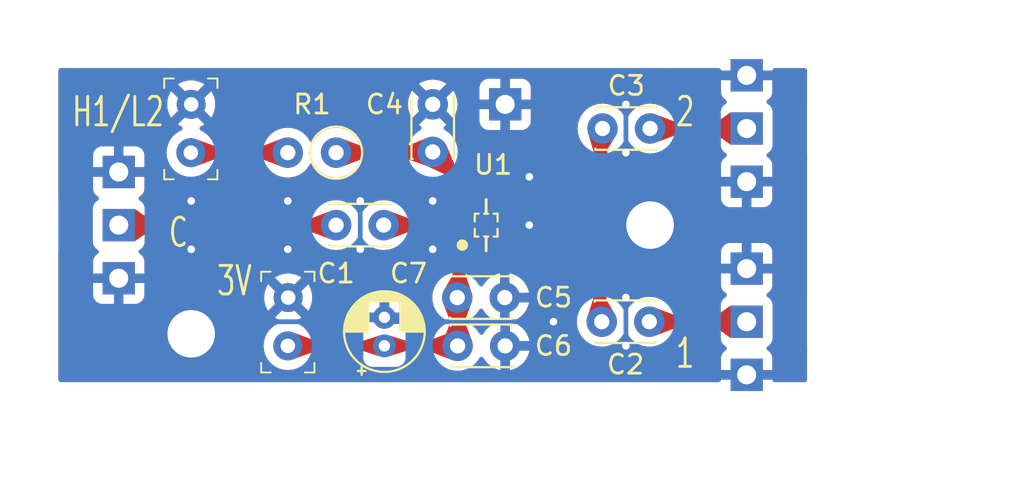
<source format=kicad_pcb>
(kicad_pcb (version 20221018) (generator pcbnew)
  (layers (0 "F.Cu" signal) (31 "B.Cu" signal) (34 "B.Paste" user) (35 "F.Paste" user) (36 "B.SilkS" user "B.Silkscreen") (37 "F.SilkS" user "F.Silkscreen") (38 "B.Mask" user) (39 "F.Mask" user) (44 "Edge.Cuts" user))
  (net 0 "")
  (net 1 "+5V")
  (net 2 "GND")
  (net 3 "Net-(J1-Pin_1)")
  (net 4 "Net-(U1-RFC)")
  (net 5 "Net-(J3-Pin_1)")
  (net 6 "Net-(U1-RF1)")
  (net 7 "Net-(U1-RF2)")
  (net 8 "Net-(J5-Pin_1)")
  (net 9 "Net-(U1-VCTL)")
  (net 10 "Net-(J11-Pin_1)")
  (footprint "UserLib:QFN6_1x1mm" (layer "F.Cu") (at 216.17 93.98 90)
    (fp_text reference "U1" (at 3.175 0.365) (layer "F.SilkS"))
    (fp_text value "SKY13453-385LF")
    (fp_line (start -0.65 0) (end -1.35 0) (stroke (width 0.15)) (layer "F.SilkS"))
    (fp_line (start -0.6 -0.6) (end -0.6 -0.4) (stroke (width 0.12)) (layer "F.SilkS"))
    (fp_line (start -0.6 -0.6) (end -0.2 -0.6) (stroke (width 0.12)) (layer "F.SilkS"))
    (fp_line (start -0.6 -0.1) (end -0.6 0.1) (stroke (width 0.12)) (layer "F.SilkS"))
    (fp_line (start -0.6 0.4) (end -0.6 0.6) (stroke (width 0.12)) (layer "F.SilkS"))
    (fp_line (start -0.6 0.6) (end -0.2 0.6) (stroke (width 0.12)) (layer "F.SilkS"))
    (fp_line (start 0.2 -0.6) (end 0.55 -0.6) (stroke (width 0.12)) (layer "F.SilkS"))
    (fp_line (start 0.2 0.6) (end 0.6 0.6) (stroke (width 0.12)) (layer "F.SilkS"))
    (fp_line (start 0.6 -0.6) (end 0.6 -0.4) (stroke (width 0.12)) (layer "F.SilkS"))
    (fp_line (start 0.6 -0.1) (end 0.6 0.1) (stroke (width 0.12)) (layer "F.SilkS"))
    (fp_line (start 0.6 0.4) (end 0.6 0.6) (stroke (width 0.12)) (layer "F.SilkS"))
    (fp_line (start 0.65 0) (end 1.35 0) (stroke (width 0.15)) (layer "F.SilkS"))
    (fp_circle (center -1.05 -1.25) (end -0.9 -1.25) (stroke (width 0.3)) (fill none) (layer "F.SilkS"))
    (pad "1" smd rect (at -1 -0.4 90) (size 0.5 0.5) (layers "F.Cu" "F.Paste" "F.Mask") (net 1 "+5V"))
    (pad "1" smd rect (at -0.65 -0.25 90) (size 0.6 0.15) (layers "F.Cu" "F.Paste" "F.Mask") (net 1 "+5V"))
    (pad "2" smd rect (at -1 0.4 90) (size 0.5 0.5) (layers "F.Cu" "F.Paste" "F.Mask") (net 6 "Net-(U1-RF1)"))
    (pad "2" smd rect (at -0.65 0.25 90) (size 0.6 0.15) (layers "F.Cu" "F.Paste" "F.Mask") (net 6 "Net-(U1-RF1)"))
    (pad "3" smd rect (at 0 0.575 90) (size 0.2 0.8) (layers "F.Cu" "F.Paste" "F.Mask") (net 2 "GND"))
    (pad "3" smd rect (at 0 1 90) (size 0.5 0.5) (layers "F.Cu" "F.Paste" "F.Mask") (net 2 "GND"))
    (pad "4" smd rect (at 0.65 0.25 90) (size 0.6 0.15) (layers "F.Cu" "F.Paste" "F.Mask") (net 7 "Net-(U1-RF2)"))
    (pad "4" smd rect (at 1 0.4 90) (size 0.5 0.5) (layers "F.Cu" "F.Paste" "F.Mask") (net 7 "Net-(U1-RF2)"))
    (pad "5" smd rect (at 0.65 -0.25 90) (size 0.6 0.15) (layers "F.Cu" "F.Paste" "F.Mask") (net 9 "Net-(U1-VCTL)"))
    (pad "5" smd rect (at 1 -0.4 90) (size 0.5 0.5) (layers "F.Cu" "F.Paste" "F.Mask") (net 9 "Net-(U1-VCTL)"))
    (pad "6" smd rect (at 0 -1 90) (size 0.5 0.5) (layers "F.Cu" "F.Paste" "F.Mask") (net 4 "Net-(U1-RFC)"))
    (pad "6" smd rect (at 0 -0.575 90) (size 0.2 0.8) (layers "F.Cu" "F.Paste" "F.Mask") (net 4 "Net-(U1-RFC)"))
  )
  (footprint "MountingHole:MountingHole_2.5mm_Pad" (layer "F.Cu") (at 200.66 99.695)
    (fp_text reference "TP1" hide)
    (fp_text value "TestPoint")
    (pad "1" thru_hole circle (at 0 0) (size 5 5) (drill 2.5) (layers "*.Cu" "*.Mask") (net 2 "GND"))
  )
  (footprint "MountingHole:MountingHole_2.5mm_Pad" (layer "F.Cu") (at 224.79 93.98)
    (fp_text reference "TP2" hide)
    (fp_text value "TestPoint")
    (pad "1" thru_hole circle (at 0 0) (size 5 5) (drill 2.5) (layers "*.Cu" "*.Mask") (net 2 "GND"))
  )
  (footprint "usr-Library:PinHeader_1x01" (layer "F.Cu") (at 196.85 96.774)
    (fp_text reference "J2" hide)
    (fp_text value "Conn_01x01_Pin")
    (pad "1" thru_hole rect (at 0 0) (size 1.7 1.7) (drill 1) (layers "*.Cu" "*.Mask") (net 2 "GND"))
  )
  (footprint "usr-Library:PinHeader_1x01" (layer "F.Cu") (at 217.17 87.63)
    (fp_text reference "J10" hide)
    (fp_text value "G")
    (pad "1" thru_hole rect (at 0 0) (size 1.7 1.7) (drill 1) (layers "*.Cu" "*.Mask") (net 2 "GND"))
  )
  (footprint "digikey-footprints:PinHeader_1x2_P2.54mm" (layer "F.Cu") (at 205.74 100.33 90)
    (fp_text reference "J12" hide)
    (fp_text value "Conn_01x02_Male")
    (fp_line (start -1.4 -1.4) (end -1.4 -0.9) (stroke (width 0.1)) (layer "F.SilkS"))
    (fp_line (start -1.4 -1.4) (end -0.9 -1.4) (stroke (width 0.1)) (layer "F.SilkS"))
    (fp_line (start -1.4 1.4) (end -1.4 0.9) (stroke (width 0.1)) (layer "F.SilkS"))
    (fp_line (start -1.4 1.4) (end -0.9 1.4) (stroke (width 0.1)) (layer "F.SilkS"))
    (fp_line (start 3.9 -1.4) (end 3.4 -1.4) (stroke (width 0.1)) (layer "F.SilkS"))
    (fp_line (start 3.9 -1.4) (end 3.9 -0.9) (stroke (width 0.1)) (layer "F.SilkS"))
    (fp_line (start 3.9 1.4) (end 3.4 1.4) (stroke (width 0.1)) (layer "F.SilkS"))
    (fp_line (start 3.9 1.4) (end 3.9 0.9) (stroke (width 0.1)) (layer "F.SilkS"))
    (pad "1" thru_hole circle (at 0 0 90) (size 1.524 1.524) (drill 0.762) (layers "*.Cu" "*.Mask") (net 1 "+5V"))
    (pad "2" thru_hole circle (at 2.54 0.02 90) (size 1.524 1.524) (drill 0.762) (layers "*.Cu" "*.Mask") (net 2 "GND"))
  )
  (footprint "Capacitor_THT:C_Disc_D3.0mm_W2.0mm_P2.50mm" (layer "F.Cu") (at 214.67 100.33)
    (fp_text reference "C6" (at 5.04 0) (layer "F.SilkS"))
    (fp_text value "C")
    (fp_line (start -0.37 -1.12) (end -0.37 -1.055) (stroke (width 0.12)) (layer "F.SilkS"))
    (fp_line (start -0.37 -1.12) (end 2.87 -1.12) (stroke (width 0.12)) (layer "F.SilkS"))
    (fp_line (start -0.37 1.055) (end -0.37 1.12) (stroke (width 0.12)) (layer "F.SilkS"))
    (fp_line (start -0.37 1.12) (end 2.87 1.12) (stroke (width 0.12)) (layer "F.SilkS"))
    (fp_line (start 2.87 -1.12) (end 2.87 -1.055) (stroke (width 0.12)) (layer "F.SilkS"))
    (fp_line (start 2.87 1.055) (end 2.87 1.12) (stroke (width 0.12)) (layer "F.SilkS"))
    (pad "1" thru_hole circle (at 0 0) (size 1.6 1.6) (drill 0.8) (layers "*.Cu" "*.Mask") (net 1 "+5V"))
    (pad "2" thru_hole circle (at 2.5 0) (size 1.6 1.6) (drill 0.8) (layers "*.Cu" "*.Mask") (net 2 "GND"))
  )
  (footprint "usr-Library:PinHeader_1x01" (layer "F.Cu") (at 229.87 101.854 90)
    (fp_text reference "J8" hide)
    (fp_text value "G")
    (pad "1" thru_hole rect (at 0 0 90) (size 1.7 1.7) (drill 1) (layers "*.Cu" "*.Mask") (net 2 "GND"))
  )
  (footprint "usr-Library:PinHeader_1x01" (layer "F.Cu") (at 196.85 91.186)
    (fp_text reference "J7" hide)
    (fp_text value "G")
    (pad "1" thru_hole rect (at 0 0) (size 1.7 1.7) (drill 1) (layers "*.Cu" "*.Mask") (net 2 "GND"))
  )
  (footprint "Capacitor_THT:C_Disc_D3.0mm_W2.0mm_P2.50mm" (layer "F.Cu") (at 224.75 99.06 180)
    (fp_text reference "C2" (at 1.25 -2.25) (layer "F.SilkS"))
    (fp_text value "C")
    (fp_line (start -0.37 -1.12) (end -0.37 -1.055) (stroke (width 0.12)) (layer "F.SilkS"))
    (fp_line (start -0.37 -1.12) (end 2.87 -1.12) (stroke (width 0.12)) (layer "F.SilkS"))
    (fp_line (start -0.37 1.055) (end -0.37 1.12) (stroke (width 0.12)) (layer "F.SilkS"))
    (fp_line (start -0.37 1.12) (end 2.87 1.12) (stroke (width 0.12)) (layer "F.SilkS"))
    (fp_line (start 2.87 -1.12) (end 2.87 -1.055) (stroke (width 0.12)) (layer "F.SilkS"))
    (fp_line (start 2.87 1.055) (end 2.87 1.12) (stroke (width 0.12)) (layer "F.SilkS"))
    (pad "1" thru_hole circle (at 0 0 180) (size 1.6 1.6) (drill 0.8) (layers "*.Cu" "*.Mask") (net 5 "Net-(J3-Pin_1)"))
    (pad "2" thru_hole circle (at 2.5 0 180) (size 1.6 1.6) (drill 0.8) (layers "*.Cu" "*.Mask") (net 6 "Net-(U1-RF1)"))
  )
  (footprint "usr-Library:PinHeader_1x01" (layer "F.Cu") (at 229.87 88.9)
    (fp_text reference "J5" hide)
    (fp_text value "Conn_01x01_Pin")
    (pad "1" thru_hole rect (at 0 0) (size 1.7 1.7) (drill 1) (layers "*.Cu" "*.Mask") (net 8 "Net-(J5-Pin_1)"))
  )
  (footprint "Capacitor_THT:C_Disc_D3.0mm_W2.0mm_P2.50mm" (layer "F.Cu") (at 208.28 93.98)
    (fp_text reference "C1" (at 0 2.54) (layer "F.SilkS"))
    (fp_text value "C")
    (fp_line (start -0.37 -1.12) (end -0.37 -1.055) (stroke (width 0.12)) (layer "F.SilkS"))
    (fp_line (start -0.37 -1.12) (end 2.87 -1.12) (stroke (width 0.12)) (layer "F.SilkS"))
    (fp_line (start -0.37 1.055) (end -0.37 1.12) (stroke (width 0.12)) (layer "F.SilkS"))
    (fp_line (start -0.37 1.12) (end 2.87 1.12) (stroke (width 0.12)) (layer "F.SilkS"))
    (fp_line (start 2.87 -1.12) (end 2.87 -1.055) (stroke (width 0.12)) (layer "F.SilkS"))
    (fp_line (start 2.87 1.055) (end 2.87 1.12) (stroke (width 0.12)) (layer "F.SilkS"))
    (pad "1" thru_hole circle (at 0 0) (size 1.6 1.6) (drill 0.8) (layers "*.Cu" "*.Mask") (net 3 "Net-(J1-Pin_1)"))
    (pad "2" thru_hole circle (at 2.5 0) (size 1.6 1.6) (drill 0.8) (layers "*.Cu" "*.Mask") (net 4 "Net-(U1-RFC)"))
  )
  (footprint "Resistor_THT:R_Axial_DIN0207_L6.3mm_D2.5mm_P2.54mm_Vertical" (layer "F.Cu") (at 208.28 90.17 180)
    (fp_text reference "R1" (at 1.27 2.54) (layer "F.SilkS"))
    (fp_text value "10")
    (fp_line (start 1.37 0) (end 1.44 0) (stroke (width 0.12)) (layer "F.SilkS"))
    (fp_circle (center 0 0) (end 1.37 0) (stroke (width 0.12)) (fill none) (layer "F.SilkS"))
    (pad "1" thru_hole circle (at 0 0 180) (size 1.6 1.6) (drill 0.8) (layers "*.Cu" "*.Mask") (net 9 "Net-(U1-VCTL)"))
    (pad "2" thru_hole oval (at 2.54 0 180) (size 1.6 1.6) (drill 0.8) (layers "*.Cu" "*.Mask") (net 10 "Net-(J11-Pin_1)"))
  )
  (footprint "Capacitor_THT:C_Disc_D3.0mm_W2.0mm_P2.50mm" (layer "F.Cu") (at 214.65 97.79)
    (fp_text reference "C5" (at 5.06 0) (layer "F.SilkS"))
    (fp_text value "C")
    (fp_line (start -0.37 -1.12) (end -0.37 -1.055) (stroke (width 0.12)) (layer "F.SilkS"))
    (fp_line (start -0.37 -1.12) (end 2.87 -1.12) (stroke (width 0.12)) (layer "F.SilkS"))
    (fp_line (start -0.37 1.055) (end -0.37 1.12) (stroke (width 0.12)) (layer "F.SilkS"))
    (fp_line (start -0.37 1.12) (end 2.87 1.12) (stroke (width 0.12)) (layer "F.SilkS"))
    (fp_line (start 2.87 -1.12) (end 2.87 -1.055) (stroke (width 0.12)) (layer "F.SilkS"))
    (fp_line (start 2.87 1.055) (end 2.87 1.12) (stroke (width 0.12)) (layer "F.SilkS"))
    (pad "1" thru_hole circle (at 0 0) (size 1.6 1.6) (drill 0.8) (layers "*.Cu" "*.Mask") (net 1 "+5V"))
    (pad "2" thru_hole circle (at 2.5 0) (size 1.6 1.6) (drill 0.8) (layers "*.Cu" "*.Mask") (net 2 "GND"))
  )
  (footprint "usr-Library:PinHeader_1x01" (layer "F.Cu") (at 196.85 93.98)
    (fp_text reference "J1" hide)
    (fp_text value "Conn_01x01_Pin")
    (pad "1" thru_hole rect (at 0 0) (size 1.7 1.7) (drill 1) (layers "*.Cu" "*.Mask") (net 3 "Net-(J1-Pin_1)"))
  )
  (footprint "Capacitor_THT:C_Disc_D3.0mm_W2.0mm_P2.50mm" (layer "F.Cu") (at 222.29 88.9)
    (fp_text reference "C3" (at 1.25 -2.25) (layer "F.SilkS"))
    (fp_text value "C")
    (fp_line (start -0.37 -1.12) (end -0.37 -1.055) (stroke (width 0.12)) (layer "F.SilkS"))
    (fp_line (start -0.37 -1.12) (end 2.87 -1.12) (stroke (width 0.12)) (layer "F.SilkS"))
    (fp_line (start -0.37 1.055) (end -0.37 1.12) (stroke (width 0.12)) (layer "F.SilkS"))
    (fp_line (start -0.37 1.12) (end 2.87 1.12) (stroke (width 0.12)) (layer "F.SilkS"))
    (fp_line (start 2.87 -1.12) (end 2.87 -1.055) (stroke (width 0.12)) (layer "F.SilkS"))
    (fp_line (start 2.87 1.055) (end 2.87 1.12) (stroke (width 0.12)) (layer "F.SilkS"))
    (pad "1" thru_hole circle (at 0 0) (size 1.6 1.6) (drill 0.8) (layers "*.Cu" "*.Mask") (net 7 "Net-(U1-RF2)"))
    (pad "2" thru_hole circle (at 2.5 0) (size 1.6 1.6) (drill 0.8) (layers "*.Cu" "*.Mask") (net 8 "Net-(J5-Pin_1)"))
  )
  (footprint "digikey-footprints:PinHeader_1x2_P2.54mm" (layer "F.Cu") (at 200.64 90.17 90)
    (fp_text reference "J11" hide)
    (fp_text value "Conn_01x02_Male")
    (fp_line (start -1.4 -1.4) (end -1.4 -0.9) (stroke (width 0.1)) (layer "F.SilkS"))
    (fp_line (start -1.4 -1.4) (end -0.9 -1.4) (stroke (width 0.1)) (layer "F.SilkS"))
    (fp_line (start -1.4 1.4) (end -1.4 0.9) (stroke (width 0.1)) (layer "F.SilkS"))
    (fp_line (start -1.4 1.4) (end -0.9 1.4) (stroke (width 0.1)) (layer "F.SilkS"))
    (fp_line (start 3.9 -1.4) (end 3.4 -1.4) (stroke (width 0.1)) (layer "F.SilkS"))
    (fp_line (start 3.9 -1.4) (end 3.9 -0.9) (stroke (width 0.1)) (layer "F.SilkS"))
    (fp_line (start 3.9 1.4) (end 3.4 1.4) (stroke (width 0.1)) (layer "F.SilkS"))
    (fp_line (start 3.9 1.4) (end 3.9 0.9) (stroke (width 0.1)) (layer "F.SilkS"))
    (pad "1" thru_hole circle (at 0 0 90) (size 1.524 1.524) (drill 0.762) (layers "*.Cu" "*.Mask") (net 10 "Net-(J11-Pin_1)"))
    (pad "2" thru_hole circle (at 2.54 0.02 90) (size 1.524 1.524) (drill 0.762) (layers "*.Cu" "*.Mask") (net 2 "GND"))
  )
  (footprint "Capacitor_THT:CP_Radial_D4.0mm_P1.50mm" (layer "F.Cu") (at 210.82 100.33 90)
    (fp_text reference "C7" (at 3.81 1.27 180) (layer "F.SilkS"))
    (fp_text value "10u")
    (fp_line (start -1.519801 -1.195) (end -1.119801 -1.195) (stroke (width 0.12)) (layer "F.SilkS"))
    (fp_line (start -1.319801 -1.395) (end -1.319801 -0.995) (stroke (width 0.12)) (layer "F.SilkS"))
    (fp_line (start 0.75 -2.08) (end 0.75 -0.84) (stroke (width 0.12)) (layer "F.SilkS"))
    (fp_line (start 0.75 0.84) (end 0.75 2.08) (stroke (width 0.12)) (layer "F.SilkS"))
    (fp_line (start 0.79 -2.08) (end 0.79 -0.84) (stroke (width 0.12)) (layer "F.SilkS"))
    (fp_line (start 0.79 0.84) (end 0.79 2.08) (stroke (width 0.12)) (layer "F.SilkS"))
    (fp_line (start 0.83 -2.079) (end 0.83 -0.84) (stroke (width 0.12)) (layer "F.SilkS"))
    (fp_line (start 0.83 0.84) (end 0.83 2.079) (stroke (width 0.12)) (layer "F.SilkS"))
    (fp_line (start 0.87 -2.077) (end 0.87 -0.84) (stroke (width 0.12)) (layer "F.SilkS"))
    (fp_line (start 0.87 0.84) (end 0.87 2.077) (stroke (width 0.12)) (layer "F.SilkS"))
    (fp_line (start 0.91 -2.074) (end 0.91 -0.84) (stroke (width 0.12)) (layer "F.SilkS"))
    (fp_line (start 0.91 0.84) (end 0.91 2.074) (stroke (width 0.12)) (layer "F.SilkS"))
    (fp_line (start 0.95 -2.071) (end 0.95 -0.84) (stroke (width 0.12)) (layer "F.SilkS"))
    (fp_line (start 0.95 0.84) (end 0.95 2.071) (stroke (width 0.12)) (layer "F.SilkS"))
    (fp_line (start 0.99 -2.067) (end 0.99 -0.84) (stroke (width 0.12)) (layer "F.SilkS"))
    (fp_line (start 0.99 0.84) (end 0.99 2.067) (stroke (width 0.12)) (layer "F.SilkS"))
    (fp_line (start 1.03 -2.062) (end 1.03 -0.84) (stroke (width 0.12)) (layer "F.SilkS"))
    (fp_line (start 1.03 0.84) (end 1.03 2.062) (stroke (width 0.12)) (layer "F.SilkS"))
    (fp_line (start 1.07 -2.056) (end 1.07 -0.84) (stroke (width 0.12)) (layer "F.SilkS"))
    (fp_line (start 1.07 0.84) (end 1.07 2.056) (stroke (width 0.12)) (layer "F.SilkS"))
    (fp_line (start 1.11 -2.05) (end 1.11 -0.84) (stroke (width 0.12)) (layer "F.SilkS"))
    (fp_line (start 1.11 0.84) (end 1.11 2.05) (stroke (width 0.12)) (layer "F.SilkS"))
    (fp_line (start 1.15 -2.042) (end 1.15 -0.84) (stroke (width 0.12)) (layer "F.SilkS"))
    (fp_line (start 1.15 0.84) (end 1.15 2.042) (stroke (width 0.12)) (layer "F.SilkS"))
    (fp_line (start 1.19 -2.034) (end 1.19 -0.84) (stroke (width 0.12)) (layer "F.SilkS"))
    (fp_line (start 1.19 0.84) (end 1.19 2.034) (stroke (width 0.12)) (layer "F.SilkS"))
    (fp_line (start 1.23 -2.025) (end 1.23 -0.84) (stroke (width 0.12)) (layer "F.SilkS"))
    (fp_line (start 1.23 0.84) (end 1.23 2.025) (stroke (width 0.12)) (layer "F.SilkS"))
    (fp_line (start 1.27 -2.016) (end 1.27 -0.84) (stroke (width 0.12)) (layer "F.SilkS"))
    (fp_line (start 1.27 0.84) (end 1.27 2.016) (stroke (width 0.12)) (layer "F.SilkS"))
    (fp_line (start 1.31 -2.005) (end 1.31 -0.84) (stroke (width 0.12)) (layer "F.SilkS"))
    (fp_line (start 1.31 0.84) (end 1.31 2.005) (stroke (width 0.12)) (layer "F.SilkS"))
    (fp_line (start 1.35 -1.994) (end 1.35 -0.84) (stroke (width 0.12)) (layer "F.SilkS"))
    (fp_line (start 1.35 0.84) (end 1.35 1.994) (stroke (width 0.12)) (layer "F.SilkS"))
    (fp_line (start 1.39 -1.982) (end 1.39 -0.84) (stroke (width 0.12)) (layer "F.SilkS"))
    (fp_line (start 1.39 0.84) (end 1.39 1.982) (stroke (width 0.12)) (layer "F.SilkS"))
    (fp_line (start 1.43 -1.968) (end 1.43 -0.84) (stroke (width 0.12)) (layer "F.SilkS"))
    (fp_line (start 1.43 0.84) (end 1.43 1.968) (stroke (width 0.12)) (layer "F.SilkS"))
    (fp_line (start 1.471 -1.954) (end 1.471 -0.84) (stroke (width 0.12)) (layer "F.SilkS"))
    (fp_line (start 1.471 0.84) (end 1.471 1.954) (stroke (width 0.12)) (layer "F.SilkS"))
    (fp_line (start 1.511 -1.94) (end 1.511 -0.84) (stroke (width 0.12)) (layer "F.SilkS"))
    (fp_line (start 1.511 0.84) (end 1.511 1.94) (stroke (width 0.12)) (layer "F.SilkS"))
    (fp_line (start 1.551 -1.924) (end 1.551 -0.84) (stroke (width 0.12)) (layer "F.SilkS"))
    (fp_line (start 1.551 0.84) (end 1.551 1.924) (stroke (width 0.12)) (layer "F.SilkS"))
    (fp_line (start 1.591 -1.907) (end 1.591 -0.84) (stroke (width 0.12)) (layer "F.SilkS"))
    (fp_line (start 1.591 0.84) (end 1.591 1.907) (stroke (width 0.12)) (layer "F.SilkS"))
    (fp_line (start 1.631 -1.889) (end 1.631 -0.84) (stroke (width 0.12)) (layer "F.SilkS"))
    (fp_line (start 1.631 0.84) (end 1.631 1.889) (stroke (width 0.12)) (layer "F.SilkS"))
    (fp_line (start 1.671 -1.87) (end 1.671 -0.84) (stroke (width 0.12)) (layer "F.SilkS"))
    (fp_line (start 1.671 0.84) (end 1.671 1.87) (stroke (width 0.12)) (layer "F.SilkS"))
    (fp_line (start 1.711 -1.851) (end 1.711 -0.84) (stroke (width 0.12)) (layer "F.SilkS"))
    (fp_line (start 1.711 0.84) (end 1.711 1.851) (stroke (width 0.12)) (layer "F.SilkS"))
    (fp_line (start 1.751 -1.83) (end 1.751 -0.84) (stroke (width 0.12)) (layer "F.SilkS"))
    (fp_line (start 1.751 0.84) (end 1.751 1.83) (stroke (width 0.12)) (layer "F.SilkS"))
    (fp_line (start 1.791 -1.808) (end 1.791 -0.84) (stroke (width 0.12)) (layer "F.SilkS"))
    (fp_line (start 1.791 0.84) (end 1.791 1.808) (stroke (width 0.12)) (layer "F.SilkS"))
    (fp_line (start 1.831 -1.785) (end 1.831 -0.84) (stroke (width 0.12)) (layer "F.SilkS"))
    (fp_line (start 1.831 0.84) (end 1.831 1.785) (stroke (width 0.12)) (layer "F.SilkS"))
    (fp_line (start 1.871 -1.76) (end 1.871 -0.84) (stroke (width 0.12)) (layer "F.SilkS"))
    (fp_line (start 1.871 0.84) (end 1.871 1.76) (stroke (width 0.12)) (layer "F.SilkS"))
    (fp_line (start 1.911 -1.735) (end 1.911 -0.84) (stroke (width 0.12)) (layer "F.SilkS"))
    (fp_line (start 1.911 0.84) (end 1.911 1.735) (stroke (width 0.12)) (layer "F.SilkS"))
    (fp_line (start 1.951 -1.708) (end 1.951 -0.84) (stroke (width 0.12)) (layer "F.SilkS"))
    (fp_line (start 1.951 0.84) (end 1.951 1.708) (stroke (width 0.12)) (layer "F.SilkS"))
    (fp_line (start 1.991 -1.68) (end 1.991 -0.84) (stroke (width 0.12)) (layer "F.SilkS"))
    (fp_line (start 1.991 0.84) (end 1.991 1.68) (stroke (width 0.12)) (layer "F.SilkS"))
    (fp_line (start 2.031 -1.65) (end 2.031 -0.84) (stroke (width 0.12)) (layer "F.SilkS"))
    (fp_line (start 2.031 0.84) (end 2.031 1.65) (stroke (width 0.12)) (layer "F.SilkS"))
    (fp_line (start 2.071 -1.619) (end 2.071 -0.84) (stroke (width 0.12)) (layer "F.SilkS"))
    (fp_line (start 2.071 0.84) (end 2.071 1.619) (stroke (width 0.12)) (layer "F.SilkS"))
    (fp_line (start 2.111 -1.587) (end 2.111 -0.84) (stroke (width 0.12)) (layer "F.SilkS"))
    (fp_line (start 2.111 0.84) (end 2.111 1.587) (stroke (width 0.12)) (layer "F.SilkS"))
    (fp_line (start 2.151 -1.552) (end 2.151 -0.84) (stroke (width 0.12)) (layer "F.SilkS"))
    (fp_line (start 2.151 0.84) (end 2.151 1.552) (stroke (width 0.12)) (layer "F.SilkS"))
    (fp_line (start 2.191 -1.516) (end 2.191 -0.84) (stroke (width 0.12)) (layer "F.SilkS"))
    (fp_line (start 2.191 0.84) (end 2.191 1.516) (stroke (width 0.12)) (layer "F.SilkS"))
    (fp_line (start 2.231 -1.478) (end 2.231 -0.84) (stroke (width 0.12)) (layer "F.SilkS"))
    (fp_line (start 2.231 0.84) (end 2.231 1.478) (stroke (width 0.12)) (layer "F.SilkS"))
    (fp_line (start 2.271 -1.438) (end 2.271 -0.84) (stroke (width 0.12)) (layer "F.SilkS"))
    (fp_line (start 2.271 0.84) (end 2.271 1.438) (stroke (width 0.12)) (layer "F.SilkS"))
    (fp_line (start 2.311 -1.396) (end 2.311 -0.84) (stroke (width 0.12)) (layer "F.SilkS"))
    (fp_line (start 2.311 0.84) (end 2.311 1.396) (stroke (width 0.12)) (layer "F.SilkS"))
    (fp_line (start 2.351 -1.351) (end 2.351 1.351) (stroke (width 0.12)) (layer "F.SilkS"))
    (fp_line (start 2.391 -1.304) (end 2.391 1.304) (stroke (width 0.12)) (layer "F.SilkS"))
    (fp_line (start 2.431 -1.254) (end 2.431 1.254) (stroke (width 0.12)) (layer "F.SilkS"))
    (fp_line (start 2.471 -1.2) (end 2.471 1.2) (stroke (width 0.12)) (layer "F.SilkS"))
    (fp_line (start 2.511 -1.142) (end 2.511 1.142) (stroke (width 0.12)) (layer "F.SilkS"))
    (fp_line (start 2.551 -1.08) (end 2.551 1.08) (stroke (width 0.12)) (layer "F.SilkS"))
    (fp_line (start 2.591 -1.013) (end 2.591 1.013) (stroke (width 0.12)) (layer "F.SilkS"))
    (fp_line (start 2.631 -0.94) (end 2.631 0.94) (stroke (width 0.12)) (layer "F.SilkS"))
    (fp_line (start 2.671 -0.859) (end 2.671 0.859) (stroke (width 0.12)) (layer "F.SilkS"))
    (fp_line (start 2.711 -0.768) (end 2.711 0.768) (stroke (width 0.12)) (layer "F.SilkS"))
    (fp_line (start 2.751 -0.664) (end 2.751 0.664) (stroke (width 0.12)) (layer "F.SilkS"))
    (fp_line (start 2.791 -0.537) (end 2.791 0.537) (stroke (width 0.12)) (layer "F.SilkS"))
    (fp_line (start 2.831 -0.37) (end 2.831 0.37) (stroke (width 0.12)) (layer "F.SilkS"))
    (fp_circle (center 0.75 0) (end 2.87 0) (stroke (width 0.12)) (fill none) (layer "F.SilkS"))
    (pad "1" thru_hole circle (at 0 0 90) (size 1.2 1.2) (drill 0.6) (layers "*.Cu" "*.Mask") (net 1 "+5V"))
    (pad "2" thru_hole circle (at 1.5 0 90) (size 1.2 1.2) (drill 0.6) (layers "*.Cu" "*.Mask") (net 2 "GND"))
  )
  (footprint "usr-Library:PinHeader_1x01" (layer "F.Cu") (at 229.87 99.06)
    (fp_text reference "J3" hide)
    (fp_text value "Conn_01x01_Pin")
    (pad "1" thru_hole rect (at 0 0) (size 1.7 1.7) (drill 1) (layers "*.Cu" "*.Mask") (net 5 "Net-(J3-Pin_1)"))
  )
  (footprint "Capacitor_THT:C_Disc_D3.0mm_W2.0mm_P2.50mm" (layer "F.Cu") (at 213.36 90.13 90)
    (fp_text reference "C4" (at 2.5 -2.54 180) (layer "F.SilkS"))
    (fp_text value "C")
    (fp_line (start -0.37 -1.12) (end -0.37 -1.055) (stroke (width 0.12)) (layer "F.SilkS"))
    (fp_line (start -0.37 -1.12) (end 2.87 -1.12) (stroke (width 0.12)) (layer "F.SilkS"))
    (fp_line (start -0.37 1.055) (end -0.37 1.12) (stroke (width 0.12)) (layer "F.SilkS"))
    (fp_line (start -0.37 1.12) (end 2.87 1.12) (stroke (width 0.12)) (layer "F.SilkS"))
    (fp_line (start 2.87 -1.12) (end 2.87 -1.055) (stroke (width 0.12)) (layer "F.SilkS"))
    (fp_line (start 2.87 1.055) (end 2.87 1.12) (stroke (width 0.12)) (layer "F.SilkS"))
    (pad "1" thru_hole circle (at 0 0 90) (size 1.6 1.6) (drill 0.8) (layers "*.Cu" "*.Mask") (net 9 "Net-(U1-VCTL)"))
    (pad "2" thru_hole circle (at 2.5 0 90) (size 1.6 1.6) (drill 0.8) (layers "*.Cu" "*.Mask") (net 2 "GND"))
  )
  (footprint "usr-Library:PinHeader_1x01" (layer "F.Cu") (at 229.87 86.106)
    (fp_text reference "J9" hide)
    (fp_text value "G")
    (pad "1" thru_hole rect (at 0 0) (size 1.7 1.7) (drill 1) (layers "*.Cu" "*.Mask") (net 2 "GND"))
  )
  (footprint "usr-Library:PinHeader_1x01" (layer "F.Cu") (at 229.87 91.694)
    (fp_text reference "J6" hide)
    (fp_text value "Conn_01x01_Pin")
    (pad "1" thru_hole rect (at 0 0) (size 1.7 1.7) (drill 1) (layers "*.Cu" "*.Mask") (net 2 "GND"))
  )
  (footprint "usr-Library:PinHeader_1x01" (layer "F.Cu") (at 229.87 96.266)
    (fp_text reference "J4" hide)
    (fp_text value "Conn_01x01_Pin")
    (pad "1" thru_hole rect (at 0 0) (size 1.7 1.7) (drill 1) (layers "*.Cu" "*.Mask") (net 2 "GND"))
  )
  (gr_text "1" (at 226.06 101.6) (layer "F.SilkS") (effects (font (size 1.5 1)) (justify left bottom)))
  (gr_text "H1/L2" (at 194.31 88.9) (layer "F.SilkS") (effects (font (size 1.5 1)) (justify left bottom)))
  (gr_text "3V" (at 201.93 97.79) (layer "F.SilkS") (effects (font (size 1.5 1)) (justify left bottom)))
  (gr_text "2" (at 226.06 88.9) (layer "F.SilkS") (effects (font (size 1.5 1)) (justify left bottom)))
  (gr_text "C" (at 199.39 95.25) (layer "F.SilkS") (effects (font (size 1.5 1)) (justify left bottom)))
  (segment (start 205.74 100.33) (end 210.82 100.33) (width 0.5) (layer "F.Cu") (net 1))
  (segment (start 214.67 100.33) (end 214.67 97.81) (width 0.5) (layer "F.Cu") (net 1))
  (segment (start 214.65 97.79) (end 214.65 96.5) (width 0.5) (layer "F.Cu") (net 1))
  (segment (start 214.65 96.5) (end 215.646 95.504) (width 0.5) (layer "F.Cu") (net 1))
  (segment (start 210.82 100.33) (end 214.67 100.33) (width 0.5) (layer "F.Cu") (net 1))
  (segment (start 215.646 95.504) (end 215.646 94.996) (width 0.5) (layer "F.Cu") (net 1))
  (segment (start 200.66 100.33) (end 201.93 99.06) (width 0.25) (layer "F.Cu") (net 2))
  (segment (start 224.79 93.98) (end 218.44 93.98) (width 0.5) (layer "F.Cu") (net 2))
  (segment (start 211.05 99.06) (end 210.82 98.83) (width 0.25) (layer "F.Cu") (net 2))
  (segment (start 217.932 93.98) (end 217.17 93.98) (width 0.5) (layer "F.Cu") (net 2))
  (via (at 209.55 95.25) (size 0.8) (drill 0.4) (layers "F.Cu" "B.Cu") (net 2))
  (via (at 200.66 95.25) (size 0.8) (drill 0.4) (layers "F.Cu" "B.Cu") (net 2))
  (via (at 218.44 93.98) (size 0.8) (drill 0.4) (layers "F.Cu" "B.Cu") (net 2))
  (via (at 205.74 95.25) (size 0.8) (drill 0.4) (layers "F.Cu" "B.Cu") (net 2))
  (via (at 213.36 92.71) (size 0.8) (drill 0.4) (layers "F.Cu" "B.Cu") (net 2))
  (via (at 218.44 91.44) (size 0.8) (drill 0.4) (layers "F.Cu" "B.Cu") (net 2))
  (via (at 223.52 100.33) (size 0.8) (drill 0.4) (layers "F.Cu" "B.Cu") (net 2))
  (via (at 209.55 92.71) (size 0.8) (drill 0.4) (layers "F.Cu" "B.Cu") (net 2))
  (via (at 219.71 99.06) (size 0.8) (drill 0.4) (layers "F.Cu" "B.Cu") (net 2))
  (via (at 223.52 87.63) (size 0.8) (drill 0.4) (layers "F.Cu" "B.Cu") (net 2))
  (via (at 223.52 97.79) (size 0.8) (drill 0.4) (layers "F.Cu" "B.Cu") (net 2))
  (via (at 205.74 92.71) (size 0.8) (drill 0.4) (layers "F.Cu" "B.Cu") (net 2))
  (via (at 213.36 95.25) (size 0.8) (drill 0.4) (layers "F.Cu" "B.Cu") (net 2))
  (via (at 200.66 92.71) (size 0.8) (drill 0.4) (layers "F.Cu" "B.Cu") (net 2))
  (via (at 223.52 90.17) (size 0.8) (drill 0.4) (layers "F.Cu" "B.Cu") (net 2))
  (segment (start 209.55 92.71) (end 209.55 95.25) (width 0.25) (layer "B.Cu") (net 2))
  (segment (start 223.52 97.79) (end 223.52 100.33) (width 0.25) (layer "B.Cu") (net 2))
  (segment (start 209.55 99.06) (end 209.55 95.25) (width 0.25) (layer "B.Cu") (net 2))
  (segment (start 223.52 87.63) (end 223.52 90.17) (width 0.25) (layer "B.Cu") (net 2))
  (segment (start 201.93 99.06) (end 209.55 99.06) (width 0.25) (layer "B.Cu") (net 2))
  (segment (start 219.71 99.06) (end 211.05 99.06) (width 0.25) (layer "B.Cu") (net 2))
  (segment (start 196.85 93.98) (end 208.28 93.98) (width 0.5) (layer "F.Cu") (net 3))
  (segment (start 210.78 93.98) (end 215.138 93.98) (width 0.5) (layer "F.Cu") (net 4))
  (segment (start 229.87 99.06) (end 224.75 99.06) (width 0.5) (layer "F.Cu") (net 5))
  (segment (start 222.25 97.79) (end 219.71 95.25) (width 0.5) (layer "F.Cu") (net 6))
  (segment (start 217.424 95.25) (end 217.17 94.996) (width 0.5) (layer "F.Cu") (net 6))
  (segment (start 222.25 99.06) (end 222.25 97.79) (width 0.5) (layer "F.Cu") (net 6))
  (segment (start 217.17 94.996) (end 216.662 94.996) (width 0.5) (layer "F.Cu") (net 6))
  (segment (start 219.71 95.25) (end 217.424 95.25) (width 0.5) (layer "F.Cu") (net 6))
  (segment (start 222.29 88.9) (end 222.29 90.13) (width 0.5) (layer "F.Cu") (net 7))
  (segment (start 222.29 90.13) (end 219.71 92.71) (width 0.5) (layer "F.Cu") (net 7))
  (segment (start 219.71 92.71) (end 217.424 92.71) (width 0.5) (layer "F.Cu") (net 7))
  (segment (start 217.17 92.964) (end 217.424 92.71) (width 0.5) (layer "F.Cu") (net 7))
  (segment (start 216.916 92.964) (end 217.17 92.964) (width 0.5) (layer "F.Cu") (net 7))
  (segment (start 229.87 88.9) (end 224.79 88.9) (width 0.5) (layer "F.Cu") (net 8))
  (segment (start 213.32 90.13) (end 215.646 92.456) (width 0.5) (layer "F.Cu") (net 9))
  (segment (start 215.646 92.456) (end 215.646 92.964) (width 0.5) (layer "F.Cu") (net 9))
  (segment (start 213.32 90.17) (end 208.28 90.17) (width 0.5) (layer "F.Cu") (net 9))
  (segment (start 205.74 90.17) (end 200.64 90.17) (width 0.5) (layer "F.Cu") (net 10))
  (zone (net 0) (net_name "") (layer "F.Cu") (connect_pads (clearance 0)) (min_thickness 0.25)
    (keepout (tracks not_allowed) (vias not_allowed) (pads not_allowed) (copperpour not_allowed) (footprints allowed))
    (fill (thermal_gap 0.5) (thermal_bridge_width 0.5))
    (polygon (pts (xy 231.14 97.79) (xy 233.68 97.79) (xy 233.68 100.33) (xy 231.14 100.33)))
  )
  (zone (net 2) (net_name "GND") (layer "F.Cu") (connect_pads (clearance 0.508)) (min_thickness 0.25) (fill yes (thermal_gap 0.5) (thermal_bridge_width 0.5))
    (polygon (pts (xy 193.675 85.725) (xy 233.045 85.725) (xy 233.045 102.235) (xy 193.675 102.235)))
  )
  (zone (net 0) (net_name "") (layer "F.Cu") (connect_pads (clearance 0)) (min_thickness 0.25)
    (keepout (tracks not_allowed) (vias not_allowed) (pads not_allowed) (copperpour not_allowed) (footprints allowed))
    (fill (thermal_gap 0.5) (thermal_bridge_width 0.5))
    (polygon (pts (xy 193.04 92.71) (xy 195.58 92.71) (xy 195.58 95.25) (xy 193.04 95.25)))
  )
  (zone (net 0) (net_name "") (layer "F.Cu") (connect_pads (clearance 0)) (min_thickness 0.25)
    (keepout (tracks not_allowed) (vias not_allowed) (pads not_allowed) (copperpour not_allowed) (footprints allowed))
    (fill (thermal_gap 0.5) (thermal_bridge_width 0.5))
    (polygon (pts (xy 231.14 87.63) (xy 233.68 87.63) (xy 233.68 90.17) (xy 231.14 90.17)))
  )
  (zone (net 2) (net_name "GND") (layer "B.Cu") (priority 1) (connect_pads (clearance 0.508)) (min_thickness 0.25) (fill yes (thermal_gap 0.5) (thermal_bridge_width 0.5))
    (polygon (pts (xy 232.41 102.235) (xy 193.675 102.235) (xy 193.675 85.725) (xy 233.045 85.725) (xy 233.045 102.235)))
  )
)
</source>
